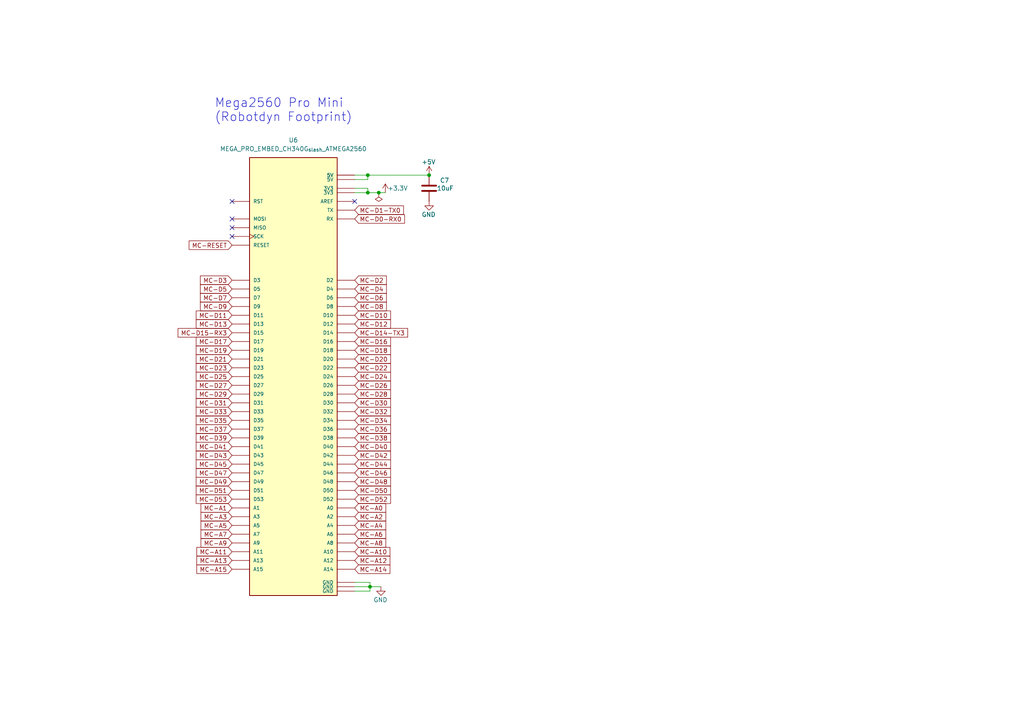
<source format=kicad_sch>
(kicad_sch (version 20250114) (generator "eeschema") (generator_version "9.0")
  (paper "A4")
  (title_block (title "Closed Deck X4") (date "2025-05-18") (rev "3") (company "OpenLogicEFI") (comment 1 "openlogicefi.com"))
  (lib_symbols
    (symbol "Arduino_Mega_Pro_2560:MEGA_PRO_EMBED_CH340G_/_ATMEGA2560" (pin_numbers (hide yes)) (pin_names (offset 1.016))
      (property "Reference" "U6" (at 0 68.58 0))
      (property "Value" "MEGA_PRO_EMBED_CH340G_{slash}_ATMEGA2560" (at 0 66.04 0))
      (symbol "MEGA_PRO_EMBED_CH340G_/_ATMEGA2560_0_0"
        (rectangle (start -12.7 -63.5) (end 12.7 63.5) (stroke (width 0.254)) (fill (type background)))
        (pin input line (at -17.78 50.8 0) (length 5.08) (name "RST") (number "RST"))
        (pin bidirectional line (at -17.78 45.72 0) (length 5.08) (name "MOSI") (number "MOSI"))
        (pin bidirectional line (at -17.78 43.18 0) (length 5.08) (name "MISO") (number "MISO"))
        (pin bidirectional clock (at -17.78 40.64 0) (length 5.08) (name "SCK") (number "SCK"))
        (pin input line (at -17.78 38.1 0) (length 5.08) (name "RESET") (number "RESET"))
        (pin bidirectional line (at -17.78 27.94 0) (length 5.08) (name "D3") (number "D3"))
        (pin bidirectional line (at -17.78 25.4 0) (length 5.08) (name "D5") (number "D5"))
        (pin bidirectional line (at -17.78 22.86 0) (length 5.08) (name "D7") (number "D7"))
        (pin bidirectional line (at -17.78 20.32 0) (length 5.08) (name "D9") (number "D9"))
        (pin bidirectional line (at -17.78 17.78 0) (length 5.08) (name "D11") (number "D11"))
        (pin bidirectional line (at -17.78 15.24 0) (length 5.08) (name "D13") (number "D13"))
        (pin bidirectional line (at -17.78 12.7 0) (length 5.08) (name "D15") (number "D15"))
        (pin bidirectional line (at -17.78 10.16 0) (length 5.08) (name "D17") (number "D17"))
        (pin bidirectional line (at -17.78 7.62 0) (length 5.08) (name "D19") (number "D19"))
        (pin bidirectional line (at -17.78 5.08 0) (length 5.08) (name "D21") (number "D21"))
        (pin bidirectional line (at -17.78 2.54 0) (length 5.08) (name "D23") (number "D23"))
        (pin bidirectional line (at -17.78 0 0) (length 5.08) (name "D25") (number "D25"))
        (pin bidirectional line (at -17.78 -2.54 0) (length 5.08) (name "D27") (number "D27"))
        (pin bidirectional line (at -17.78 -5.08 0) (length 5.08) (name "D29") (number "D29"))
        (pin bidirectional line (at -17.78 -7.62 0) (length 5.08) (name "D31") (number "D31"))
        (pin bidirectional line (at -17.78 -10.16 0) (length 5.08) (name "D33") (number "D33"))
        (pin bidirectional line (at -17.78 -12.7 0) (length 5.08) (name "D35") (number "D35"))
        (pin bidirectional line (at -17.78 -15.24 0) (length 5.08) (name "D37") (number "D37"))
        (pin bidirectional line (at -17.78 -17.78 0) (length 5.08) (name "D39") (number "D39"))
        (pin bidirectional line (at -17.78 -20.32 0) (length 5.08) (name "D41") (number "D41"))
        (pin bidirectional line (at -17.78 -22.86 0) (length 5.08) (name "D43") (number "D43"))
        (pin bidirectional line (at -17.78 -25.4 0) (length 5.08) (name "D45") (number "D45"))
        (pin bidirectional line (at -17.78 -27.94 0) (length 5.08) (name "D47") (number "D47"))
        (pin bidirectional line (at -17.78 -30.48 0) (length 5.08) (name "D49") (number "D49"))
        (pin bidirectional line (at -17.78 -33.02 0) (length 5.08) (name "D51") (number "D51"))
        (pin bidirectional line (at -17.78 -35.56 0) (length 5.08) (name "D53") (number "D53"))
        (pin bidirectional line (at -17.78 -38.1 0) (length 5.08) (name "A1") (number "A1"))
        (pin bidirectional line (at -17.78 -40.64 0) (length 5.08) (name "A3") (number "A3"))
        (pin bidirectional line (at -17.78 -43.18 0) (length 5.08) (name "A5") (number "A5"))
        (pin bidirectional line (at -17.78 -45.72 0) (length 5.08) (name "A7") (number "A7"))
        (pin bidirectional line (at -17.78 -48.26 0) (length 5.08) (name "A9") (number "A9"))
        (pin bidirectional line (at -17.78 -50.8 0) (length 5.08) (name "A11") (number "A11"))
        (pin bidirectional line (at -17.78 -53.34 0) (length 5.08) (name "A13") (number "A13"))
        (pin bidirectional line (at -17.78 -55.88 0) (length 5.08) (name "A15") (number "A15"))
        (pin power_in line (at 17.78 58.42 180) (length 5.08) (name "5V") (number "5V_2"))
        (pin power_in line (at 17.78 58.42 180) (length 5.08) (name "5V") (number "5V_3"))
        (pin power_in line (at 17.78 57.15 180) (length 5.08) (name "5V") (number "5V_1"))
        (pin power_in line (at 17.78 54.61 180) (length 5.08) (name "3V3") (number "3V3_2"))
        (pin power_in line (at 17.78 53.34 180) (length 5.08) (name "3V3") (number "3V3_1"))
        (pin bidirectional line (at 17.78 50.8 180) (length 5.08) (name "AREF") (number "AREF"))
        (pin output line (at 17.78 48.26 180) (length 5.08) (name "TX") (number "TX"))
        (pin input line (at 17.78 45.72 180) (length 5.08) (name "RX") (number "RX"))
        (pin bidirectional line (at 17.78 27.94 180) (length 5.08) (name "D2") (number "D2"))
        (pin bidirectional line (at 17.78 25.4 180) (length 5.08) (name "D4") (number "D4"))
        (pin bidirectional line (at 17.78 22.86 180) (length 5.08) (name "D6") (number "D6"))
        (pin bidirectional line (at 17.78 20.32 180) (length 5.08) (name "D8") (number "D8"))
        (pin bidirectional line (at 17.78 17.78 180) (length 5.08) (name "D10") (number "D10"))
        (pin bidirectional line (at 17.78 15.24 180) (length 5.08) (name "D12") (number "D12"))
        (pin bidirectional line (at 17.78 12.7 180) (length 5.08) (name "D14") (number "D14"))
        (pin bidirectional line (at 17.78 10.16 180) (length 5.08) (name "D16") (number "D16"))
        (pin bidirectional line (at 17.78 7.62 180) (length 5.08) (name "D18") (number "D18"))
        (pin bidirectional line (at 17.78 5.08 180) (length 5.08) (name "D20") (number "D20"))
        (pin bidirectional line (at 17.78 2.54 180) (length 5.08) (name "D22") (number "D22"))
        (pin bidirectional line (at 17.78 0 180) (length 5.08) (name "D24") (number "D24"))
        (pin bidirectional line (at 17.78 -2.54 180) (length 5.08) (name "D26") (number "D26"))
        (pin bidirectional line (at 17.78 -5.08 180) (length 5.08) (name "D28") (number "D28"))
        (pin bidirectional line (at 17.78 -7.62 180) (length 5.08) (name "D30") (number "D30"))
        (pin bidirectional line (at 17.78 -10.16 180) (length 5.08) (name "D32") (number "D32"))
        (pin bidirectional line (at 17.78 -12.7 180) (length 5.08) (name "D34") (number "D34"))
        (pin bidirectional line (at 17.78 -15.24 180) (length 5.08) (name "D36") (number "D36"))
        (pin bidirectional line (at 17.78 -17.78 180) (length 5.08) (name "D38") (number "D38"))
        (pin bidirectional line (at 17.78 -20.32 180) (length 5.08) (name "D40") (number "D40"))
        (pin bidirectional line (at 17.78 -22.86 180) (length 5.08) (name "D42") (number "D42"))
        (pin bidirectional line (at 17.78 -25.4 180) (length 5.08) (name "D44") (number "D44"))
        (pin bidirectional line (at 17.78 -27.94 180) (length 5.08) (name "D46") (number "D46"))
        (pin bidirectional line (at 17.78 -30.48 180) (length 5.08) (name "D48") (number "D48"))
        (pin bidirectional line (at 17.78 -33.02 180) (length 5.08) (name "D50") (number "D50"))
        (pin bidirectional line (at 17.78 -35.56 180) (length 5.08) (name "D52") (number "D52"))
        (pin bidirectional line (at 17.78 -38.1 180) (length 5.08) (name "A0") (number "A0"))
        (pin bidirectional line (at 17.78 -40.64 180) (length 5.08) (name "A2") (number "A2"))
        (pin bidirectional line (at 17.78 -43.18 180) (length 5.08) (name "A4") (number "A4"))
        (pin bidirectional line (at 17.78 -45.72 180) (length 5.08) (name "A6") (number "A6"))
        (pin bidirectional line (at 17.78 -48.26 180) (length 5.08) (name "A8") (number "A8"))
        (pin bidirectional line (at 17.78 -50.8 180) (length 5.08) (name "A10") (number "A10"))
        (pin bidirectional line (at 17.78 -53.34 180) (length 5.08) (name "A12") (number "A12"))
        (pin bidirectional line (at 17.78 -55.88 180) (length 5.08) (name "A14") (number "A14"))
        (pin power_in line (at 17.78 -59.69 180) (length 5.08) (name "GND") (number "GND_1"))
        (pin power_in line (at 17.78 -60.96 180) (length 5.08) (name "GND") (number "GND_3"))
        (pin power_in line (at 17.78 -62.23 180) (length 5.08) (name "GND") (number "GND_2"))
      )
    )
    (symbol "Device:C" (pin_numbers (hide yes)) (pin_names (offset 0.254))
      (property "Reference" "C" (at 0.635 2.54 0))
      (property "Value" "C" (at 0.635 -2.54 0))
      (symbol "C_0_1"
        (polyline (pts (xy -2.032 0.762) (xy 2.032 0.762)) (stroke (width 0.508)))
        (polyline (pts (xy -2.032 -0.762) (xy 2.032 -0.762)) (stroke (width 0.508)))
      )
      (symbol "C_1_1"
        (pin passive line (at 0 3.81 270) (length 2.794) (name "~") (number "1"))
        (pin passive line (at 0 -3.81 90) (length 2.794) (name "~") (number "2"))
      )
    )
    (symbol "power:+3.3V" (power) (pin_names (offset 0))
      (property "Value" "+3.3V" (at 0 3.556 0))
      (symbol "+3.3V_0_1"
        (polyline (pts (xy -0.762 1.27) (xy 0 2.54)))
        (polyline (pts (xy 0 2.54) (xy 0.762 1.27)))
        (polyline (pts (xy 0 0) (xy 0 2.54)))
      )
      (symbol "+3.3V_1_1"
        (pin power_in line (at 0 0 90) (length 0) (hide yes) (name "+3.3V") (number "1"))
      )
    )
    (symbol "power:+5V" (power) (pin_names (offset 0))
      (property "Value" "+5V" (at 0 3.556 0))
      (symbol "+5V_0_1"
        (polyline (pts (xy -0.762 1.27) (xy 0 2.54)))
        (polyline (pts (xy 0 2.54) (xy 0.762 1.27)))
        (polyline (pts (xy 0 0) (xy 0 2.54)))
      )
      (symbol "+5V_1_1"
        (pin power_in line (at 0 0 90) (length 0) (hide yes) (name "+5V") (number "1"))
      )
    )
    (symbol "power:GND" (power) (pin_names (offset 0))
      (property "Value" "GND" (at 0 -3.81 0))
      (symbol "GND_0_1"
        (polyline (pts (xy 0 0) (xy 0 -1.27) (xy 1.27 -1.27) (xy 0 -2.54) (xy -1.27 -1.27) (xy 0 -1.27)))
      )
      (symbol "GND_1_1"
        (pin power_in line (at 0 0 270) (length 0) (hide yes) (name "GND") (number "1"))
      )
    )
    (symbol "power:PWR_FLAG" (power) (pin_numbers (hide yes)) (pin_names (offset 0) (hide yes))
      (property "Value" "PWR_FLAG" (at 0 3.81 0))
      (symbol "PWR_FLAG_0_0"
        (pin power_out line (at 0 0 90) (length 0) (name "pwr") (number "1"))
      )
      (symbol "PWR_FLAG_0_1"
        (polyline (pts (xy 0 0) (xy 0 1.27) (xy -1.016 1.905) (xy 0 2.54) (xy 1.016 1.905) (xy 0 1.27)))
      )
    )
  )
  (text "Mega2560 Pro Mini\n(Robotdyn Footprint)" (at 62.23 35.56 0) (effects (font (size 2.54 2.54)) (justify left bottom)))
  (junction (at 106.68 55.88))
  (junction (at 106.68 50.8))
  (junction (at 124.46 50.8))
  (junction (at 109.855 55.88))
  (junction (at 107.315 170.18))
  (no_connect (at 67.31 68.58))
  (no_connect (at 67.31 66.04))
  (no_connect (at 67.31 63.5))
  (no_connect (at 102.87 58.42))
  (no_connect (at 67.31 58.42))
  (wire (pts (xy 102.87 54.61) (xy 106.68 54.61)))
  (wire (pts (xy 106.68 52.07) (xy 106.68 50.8)))
  (wire (pts (xy 107.315 168.91) (xy 107.315 170.18)))
  (wire (pts (xy 102.87 171.45) (xy 107.315 171.45)))
  (wire (pts (xy 106.68 50.8) (xy 124.46 50.8)))
  (wire (pts (xy 109.855 55.88) (xy 111.76 55.88)))
  (wire (pts (xy 106.68 54.61) (xy 106.68 55.88)))
  (wire (pts (xy 102.87 52.07) (xy 106.68 52.07)))
  (wire (pts (xy 102.87 55.88) (xy 106.68 55.88)))
  (wire (pts (xy 102.87 50.8) (xy 106.68 50.8)))
  (wire (pts (xy 102.87 170.18) (xy 107.315 170.18)))
  (wire (pts (xy 107.315 171.45) (xy 107.315 170.18)))
  (wire (pts (xy 107.315 170.18) (xy 110.49 170.18)))
  (wire (pts (xy 106.68 55.88) (xy 109.855 55.88)))
  (wire (pts (xy 102.87 168.91) (xy 107.315 168.91)))
  (global_label "MC-D39" (shape input) (at 67.31 127 180) (property "Intersheetrefs" "${INTERSHEET_REFS}" (effects (hide yes))))
  (global_label "MC-D5" (shape input) (at 67.31 83.82 180) (property "Intersheetrefs" "${INTERSHEET_REFS}" (effects (hide yes))))
  (global_label "MC-D19" (shape input) (at 67.31 101.6 180) (property "Intersheetrefs" "${INTERSHEET_REFS}" (effects (hide yes))))
  (global_label "MC-D44" (shape input) (at 102.87 134.62 0) (property "Intersheetrefs" "${INTERSHEET_REFS}" (effects (hide yes))))
  (global_label "MC-D2" (shape input) (at 102.87 81.28 0) (property "Intersheetrefs" "${INTERSHEET_REFS}" (effects (hide yes))))
  (global_label "MC-D11" (shape input) (at 67.31 91.44 180) (property "Intersheetrefs" "${INTERSHEET_REFS}" (effects (hide yes))))
  (global_label "MC-A11" (shape input) (at 67.31 160.02 180) (property "Intersheetrefs" "${INTERSHEET_REFS}" (effects (hide yes))))
  (global_label "MC-D8" (shape input) (at 102.87 88.9 0) (property "Intersheetrefs" "${INTERSHEET_REFS}" (effects (hide yes))))
  (global_label "MC-D1-TX0" (shape input) (at 102.87 60.96 0) (property "Intersheetrefs" "${INTERSHEET_REFS}" (effects (hide yes))))
  (global_label "MC-D0-RX0" (shape input) (at 102.87 63.5 0) (property "Intersheetrefs" "${INTERSHEET_REFS}" (effects (hide yes))))
  (global_label "MC-A7" (shape input) (at 67.31 154.94 180) (property "Intersheetrefs" "${INTERSHEET_REFS}" (effects (hide yes))))
  (global_label "MC-D17" (shape input) (at 67.31 99.06 180) (property "Intersheetrefs" "${INTERSHEET_REFS}" (effects (hide yes))))
  (global_label "MC-D10" (shape input) (at 102.87 91.44 0) (property "Intersheetrefs" "${INTERSHEET_REFS}" (effects (hide yes))))
  (global_label "MC-A10" (shape input) (at 102.87 160.02 0) (property "Intersheetrefs" "${INTERSHEET_REFS}" (effects (hide yes))))
  (global_label "MC-D42" (shape input) (at 102.87 132.08 0) (property "Intersheetrefs" "${INTERSHEET_REFS}" (effects (hide yes))))
  (global_label "MC-D50" (shape input) (at 102.87 142.24 0) (property "Intersheetrefs" "${INTERSHEET_REFS}" (effects (hide yes))))
  (global_label "MC-D48" (shape input) (at 102.87 139.7 0) (property "Intersheetrefs" "${INTERSHEET_REFS}" (effects (hide yes))))
  (global_label "MC-D23" (shape input) (at 67.31 106.68 180) (property "Intersheetrefs" "${INTERSHEET_REFS}" (effects (hide yes))))
  (global_label "MC-D46" (shape input) (at 102.87 137.16 0) (property "Intersheetrefs" "${INTERSHEET_REFS}" (effects (hide yes))))
  (global_label "MC-A14" (shape input) (at 102.87 165.1 0) (property "Intersheetrefs" "${INTERSHEET_REFS}" (effects (hide yes))))
  (global_label "MC-D33" (shape input) (at 67.31 119.38 180) (property "Intersheetrefs" "${INTERSHEET_REFS}" (effects (hide yes))))
  (global_label "MC-D49" (shape input) (at 67.31 139.7 180) (property "Intersheetrefs" "${INTERSHEET_REFS}" (effects (hide yes))))
  (global_label "MC-D20" (shape input) (at 102.87 104.14 0) (property "Intersheetrefs" "${INTERSHEET_REFS}" (effects (hide yes))))
  (global_label "MC-D6" (shape input) (at 102.87 86.36 0) (property "Intersheetrefs" "${INTERSHEET_REFS}" (effects (hide yes))))
  (global_label "MC-D9" (shape input) (at 67.31 88.9 180) (property "Intersheetrefs" "${INTERSHEET_REFS}" (effects (hide yes))))
  (global_label "MC-D36" (shape input) (at 102.87 124.46 0) (property "Intersheetrefs" "${INTERSHEET_REFS}" (effects (hide yes))))
  (global_label "MC-A9" (shape input) (at 67.31 157.48 180) (property "Intersheetrefs" "${INTERSHEET_REFS}" (effects (hide yes))))
  (global_label "MC-A15" (shape input) (at 67.31 165.1 180) (property "Intersheetrefs" "${INTERSHEET_REFS}" (effects (hide yes))))
  (global_label "MC-D7" (shape input) (at 67.31 86.36 180) (property "Intersheetrefs" "${INTERSHEET_REFS}" (effects (hide yes))))
  (global_label "MC-D29" (shape input) (at 67.31 114.3 180) (property "Intersheetrefs" "${INTERSHEET_REFS}" (effects (hide yes))))
  (global_label "MC-D40" (shape input) (at 102.87 129.54 0) (property "Intersheetrefs" "${INTERSHEET_REFS}" (effects (hide yes))))
  (global_label "MC-A4" (shape input) (at 102.87 152.4 0) (property "Intersheetrefs" "${INTERSHEET_REFS}" (effects (hide yes))))
  (global_label "MC-A0" (shape input) (at 102.87 147.32 0) (property "Intersheetrefs" "${INTERSHEET_REFS}" (effects (hide yes))))
  (global_label "MC-A12" (shape input) (at 102.87 162.56 0) (property "Intersheetrefs" "${INTERSHEET_REFS}" (effects (hide yes))))
  (global_label "MC-A8" (shape input) (at 102.87 157.48 0) (property "Intersheetrefs" "${INTERSHEET_REFS}" (effects (hide yes))))
  (global_label "MC-D51" (shape input) (at 67.31 142.24 180) (property "Intersheetrefs" "${INTERSHEET_REFS}" (effects (hide yes))))
  (global_label "MC-D31" (shape input) (at 67.31 116.84 180) (property "Intersheetrefs" "${INTERSHEET_REFS}" (effects (hide yes))))
  (global_label "MC-A5" (shape input) (at 67.31 152.4 180) (property "Intersheetrefs" "${INTERSHEET_REFS}" (effects (hide yes))))
  (global_label "MC-D12" (shape input) (at 102.87 93.98 0) (property "Intersheetrefs" "${INTERSHEET_REFS}" (effects (hide yes))))
  (global_label "MC-D52" (shape input) (at 102.87 144.78 0) (property "Intersheetrefs" "${INTERSHEET_REFS}" (effects (hide yes))))
  (global_label "MC-D47" (shape input) (at 67.31 137.16 180) (property "Intersheetrefs" "${INTERSHEET_REFS}" (effects (hide yes))))
  (global_label "MC-D30" (shape input) (at 102.87 116.84 0) (property "Intersheetrefs" "${INTERSHEET_REFS}" (effects (hide yes))))
  (global_label "MC-A1" (shape input) (at 67.31 147.32 180) (property "Intersheetrefs" "${INTERSHEET_REFS}" (effects (hide yes))))
  (global_label "MC-D34" (shape input) (at 102.87 121.92 0) (property "Intersheetrefs" "${INTERSHEET_REFS}" (effects (hide yes))))
  (global_label "MC-D14-TX3" (shape input) (at 102.87 96.52 0) (property "Intersheetrefs" "${INTERSHEET_REFS}" (effects (hide yes))))
  (global_label "MC-D32" (shape input) (at 102.87 119.38 0) (property "Intersheetrefs" "${INTERSHEET_REFS}" (effects (hide yes))))
  (global_label "MC-D18" (shape input) (at 102.87 101.6 0) (property "Intersheetrefs" "${INTERSHEET_REFS}" (effects (hide yes))))
  (global_label "MC-D16" (shape input) (at 102.87 99.06 0) (property "Intersheetrefs" "${INTERSHEET_REFS}" (effects (hide yes))))
  (global_label "MC-D21" (shape input) (at 67.31 104.14 180) (property "Intersheetrefs" "${INTERSHEET_REFS}" (effects (hide yes))))
  (global_label "MC-D26" (shape input) (at 102.87 111.76 0) (property "Intersheetrefs" "${INTERSHEET_REFS}" (effects (hide yes))))
  (global_label "MC-D43" (shape input) (at 67.31 132.08 180) (property "Intersheetrefs" "${INTERSHEET_REFS}" (effects (hide yes))))
  (global_label "MC-D13" (shape input) (at 67.31 93.98 180) (property "Intersheetrefs" "${INTERSHEET_REFS}" (effects (hide yes))))
  (global_label "MC-D28" (shape input) (at 102.87 114.3 0) (property "Intersheetrefs" "${INTERSHEET_REFS}" (effects (hide yes))))
  (global_label "MC-RESET" (shape input) (at 67.31 71.12 180) (property "Intersheetrefs" "${INTERSHEET_REFS}" (effects (hide yes))))
  (global_label "MC-D4" (shape input) (at 102.87 83.82 0) (property "Intersheetrefs" "${INTERSHEET_REFS}" (effects (hide yes))))
  (global_label "MC-D35" (shape input) (at 67.31 121.92 180) (property "Intersheetrefs" "${INTERSHEET_REFS}" (effects (hide yes))))
  (global_label "MC-D53" (shape input) (at 67.31 144.78 180) (property "Intersheetrefs" "${INTERSHEET_REFS}" (effects (hide yes))))
  (global_label "MC-D37" (shape input) (at 67.31 124.46 180) (property "Intersheetrefs" "${INTERSHEET_REFS}" (effects (hide yes))))
  (global_label "MC-D15-RX3" (shape input) (at 67.31 96.52 180) (property "Intersheetrefs" "${INTERSHEET_REFS}" (effects (hide yes))))
  (global_label "MC-A6" (shape input) (at 102.87 154.94 0) (property "Intersheetrefs" "${INTERSHEET_REFS}" (effects (hide yes))))
  (global_label "MC-D25" (shape input) (at 67.31 109.22 180) (property "Intersheetrefs" "${INTERSHEET_REFS}" (effects (hide yes))))
  (global_label "MC-D45" (shape input) (at 67.31 134.62 180) (property "Intersheetrefs" "${INTERSHEET_REFS}" (effects (hide yes))))
  (global_label "MC-D22" (shape input) (at 102.87 106.68 0) (property "Intersheetrefs" "${INTERSHEET_REFS}" (effects (hide yes))))
  (global_label "MC-D3" (shape input) (at 67.31 81.28 180) (property "Intersheetrefs" "${INTERSHEET_REFS}" (effects (hide yes))))
  (global_label "MC-A2" (shape input) (at 102.87 149.86 0) (property "Intersheetrefs" "${INTERSHEET_REFS}" (effects (hide yes))))
  (global_label "MC-D27" (shape input) (at 67.31 111.76 180) (property "Intersheetrefs" "${INTERSHEET_REFS}" (effects (hide yes))))
  (global_label "MC-D38" (shape input) (at 102.87 127 0) (property "Intersheetrefs" "${INTERSHEET_REFS}" (effects (hide yes))))
  (global_label "MC-D41" (shape input) (at 67.31 129.54 180) (property "Intersheetrefs" "${INTERSHEET_REFS}" (effects (hide yes))))
  (global_label "MC-A3" (shape input) (at 67.31 149.86 180) (property "Intersheetrefs" "${INTERSHEET_REFS}" (effects (hide yes))))
  (global_label "MC-A13" (shape input) (at 67.31 162.56 180) (property "Intersheetrefs" "${INTERSHEET_REFS}" (effects (hide yes))))
  (global_label "MC-D24" (shape input) (at 102.87 109.22 0) (property "Intersheetrefs" "${INTERSHEET_REFS}" (effects (hide yes))))
  (symbol (lib_id "power:+5V") (at 124.46 50.8 0) (unit 1)
    (property "Reference" "#PWR010" (effects (hide yes)))
    (property "Value" "+5V" (at 126.365 46.99 0) (effects (justify right)))
  )
  (symbol (lib_id "Arduino_Mega_Pro_2560:MEGA_PRO_EMBED_CH340G_/_ATMEGA2560") (at 85.09 109.22 0) (unit 1) (exclude_from_sim yes) (in_bom no)
    (property "Reference" "U6" (at 85.09 40.64 0))
    (property "Value" "MEGA_PRO_EMBED_CH340G_{slash}_ATMEGA2560" (at 85.09 43.18 0))
    (property "Footprint" "Detonation:Arduino_Mega_Mini_2560_SmallCrtYd_NoVin" (effects (hide yes)))
  )
  (symbol (lib_id "power:+3.3V") (at 111.76 55.88 0) (unit 1)
    (property "Reference" "#PWR0139" (effects (hide yes)))
    (property "Value" "+3.3V" (at 112.395 54.61 0) (effects (justify left)))
  )
  (symbol (lib_id "power:PWR_FLAG") (at 109.855 55.88 180) (unit 1)
    (property "Reference" "#FLG04" (effects (hide yes)))
    (property "Value" "PWR_FLAG" (effects (hide yes)))
  )
  (symbol (lib_id "Device:C") (at 124.46 54.61 0) (unit 1)
    (property "Reference" "C7" (at 130.302 52.324 0) (effects (justify right)))
    (property "Value" "10uF" (at 131.572 54.61 0) (effects (justify right)))
    (property "Footprint" "Capacitor_SMD:C_1206_3216Metric" (effects (hide yes)))
    (property "Manufacture Part Number" "CL31A106KBHNNNE" (effects (hide yes)))
    (property "LCSC" "C13585" (effects (hide yes)))
  )
  (symbol (lib_id "power:GND") (at 124.46 58.42 0) (unit 1)
    (property "Reference" "#PWR033" (effects (hide yes)))
    (property "Value" "GND" (at 126.365 62.23 0) (effects (justify right)))
  )
  (symbol (lib_id "power:GND") (at 110.49 170.18 0) (unit 1)
    (property "Reference" "#PWR09" (effects (hide yes)))
    (property "Value" "GND" (at 112.395 173.99 0) (effects (justify right)))
  )
)
</source>
